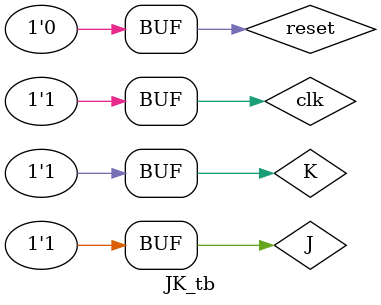
<source format=sv>
module mux21_ #(parameter SIZE=1)(input [SIZE-1:0] A, B, input S, output logic [SIZE-1:0] Y);
assign Y = (S) ? A : B;
endmodule

// b
module dreg #(parameter SIZE=1)(input [SIZE-1:0] in, input clk, reset, output logic [SIZE-1:0] Q);
always_ff @ (posedge clk or posedge reset) begin
	if (reset)
		Q <= {SIZE{1'b0}}; 
	else 
		Q <= in;
end
endmodule

// c
module count6 (input clk, reset, output logic [2:0] count);
logic [2:0] new_count;
mux21_ #(3) M1 (3'd0, count+1, count >= 6, new_count);
dreg #(3) D1 (new_count, clk, reset, count);
endmodule

// problem 2
`timescale 1ns/1ps 
module prob2 ();
localparam N=3;
integer fd;

reg clk, reset;
wire [N-1:0] count;
 
count6 C1 (clk, reset, count);
initial begin
	fd = $fopen("fd.txt");
	reset=1'b1; #10;
	reset=1'b0;
	repeat (7) begin
		clk=1'b0; #10; 
		clk=1'b1; #10;
		$fwrite(fd, "count = %b\n", count);
	end
	$fclose(fd);
end

endmodule

// problem 3
module FSM(input x, clk, reset, output logic z); 
// c
localparam S0=2'b00, S1=2'b01, S2=2'b10, S3=2'b11;
logic [1:0] state, next_state;
// d
always_comb begin
	next_state = S0;
	case (state)
		S0 : next_state = (x) ? S1:S0;
		S1 : next_state = (x) ? S1:S2;
		S2 : next_state = (x) ? S3:S0;
		S3 : next_state = (x) ? S1:S2;
		default : next_state = S0;
	endcase
end
//e
always_ff @ (posedge clk or posedge reset) begin
	if (reset)
		state <= S0;
	else 
		state <= next_state;
end
//f
always_comb begin
	if (state == S3)
		z = 1'b1;
	else 
		z = 1'b0;
end
endmodule

// problem 4
module JKFF(input J, K, clk, reset, output logic Q, Qn);
always_ff @ (posedge clk or posedge reset) begin
	if (reset) 
		Q <= 1'b0;
	else
		Q <= J&~Q | ~K&Q;
end
assign Qn = ~Q;
endmodule

// problem 5
`timescale 1ns/1ps
module JK_tb();

reg J, K, clk, reset;
wire Q, Qn;
JKFF JK1 (J, K, clk, reset, Q, Qn);
initial begin
	reset = 1'b1; J=1'b0; K=1'b0; clk=1'b0; #10; 
	reset = 1'b0; clk=1'b1; #10; // 000
	
	clk=1'b0; J=1'b0; K=1'b1; #10; // 010
	clk=1'b1; #10;
	
	clk=1'b0; J=1'b1; K= 1'b0; #10; // 100
	clk=1'b1; #10;
		
	clk=1'b0; #10; // 101
	clk = 1'b1; #10;
	
	clk=1'b0; J=1'b0; K=1'b0; #10; // 001
	clk=1'b1; #10;

	clk=1'b0; J=1'b0; K=1'b1; #10; // 011
	clk=1'b1; #10;

	clk=1'b0; J=1'b1; K=1'b1; #10; // 110
	clk=1'b1; #10;
	
	clk=1'b0; #10; // 111
	clk=1'b1;
end
endmodule



















</source>
